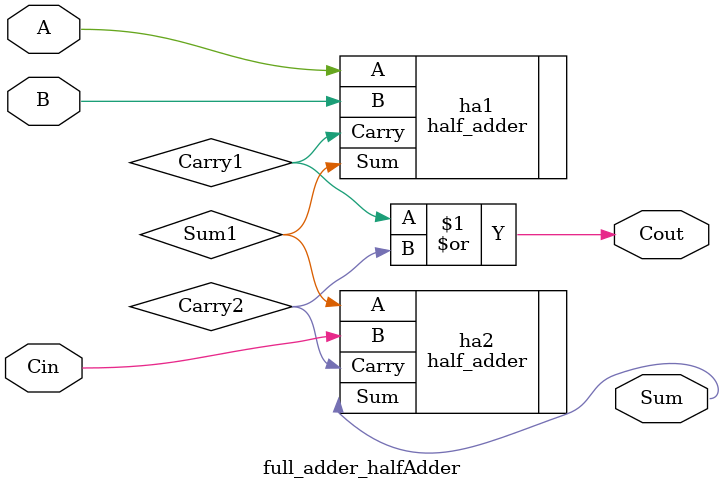
<source format=v>
module full_adder_halfAdder(
    input wire A, B, Cin,   
    output wire Sum, Cout
);

    wire Sum1, Carry1, Carry2;
    
    half_adder ha1 (
        .A(A),
        .B(B),
        .Sum(Sum1),
        .Carry(Carry1)
    );
    
    half_adder ha2 (
        .A(Sum1),
        .B(Cin),
        .Sum(Sum),
        .Carry(Carry2)
    );
    
    assign Cout = Carry1 | Carry2;

endmodule 

</source>
